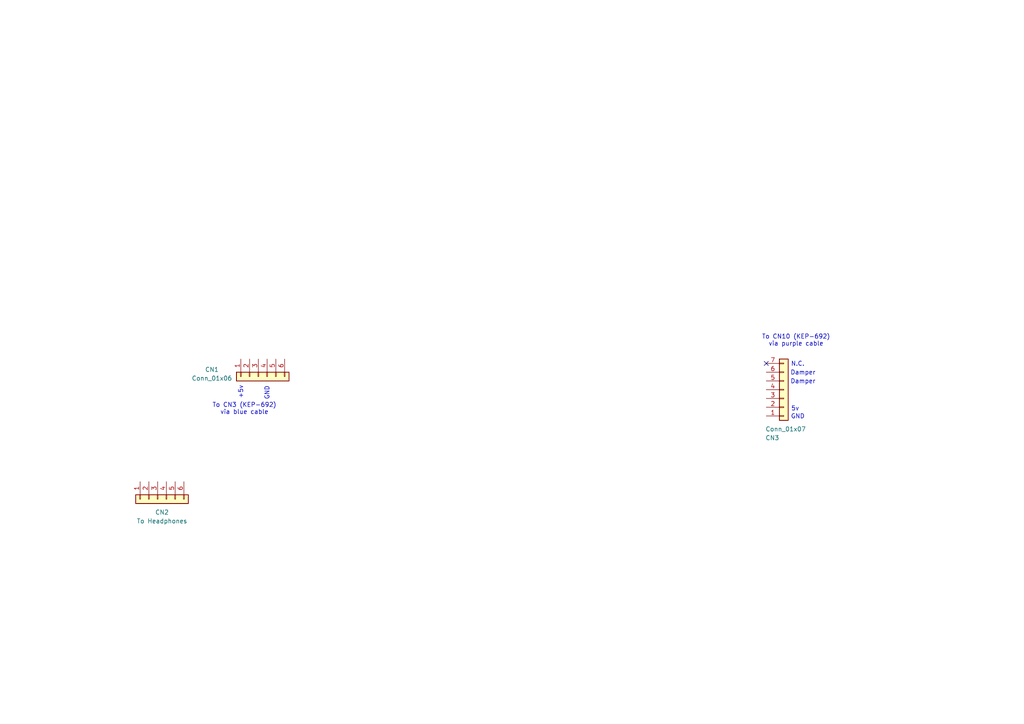
<source format=kicad_sch>
(kicad_sch (version 20231120) (generator "eeschema") (generator_version "8.0")
  (paper "A4")
  (lib_symbols
    (symbol "Connector_Generic:Conn_01x07" (pin_names (offset 1.016) hide)
      (property "Reference" "J" (at 0 10.16 0))
      (property "Value" "Conn_01x07" (at 0 -10.16 0))
      (symbol "Conn_01x07_1_1"
        (rectangle (start -1.27 -7.493) (end 0 -7.747) (stroke (width 0.1524)))
        (rectangle (start -1.27 -4.953) (end 0 -5.207) (stroke (width 0.1524)))
        (rectangle (start -1.27 -2.413) (end 0 -2.667) (stroke (width 0.1524)))
        (rectangle (start -1.27 0.127) (end 0 -0.127) (stroke (width 0.1524)))
        (rectangle (start -1.27 2.667) (end 0 2.413) (stroke (width 0.1524)))
        (rectangle (start -1.27 5.207) (end 0 4.953) (stroke (width 0.1524)))
        (rectangle (start -1.27 7.747) (end 0 7.493) (stroke (width 0.1524)))
        (rectangle (start -1.27 8.89) (end 1.27 -8.89) (stroke (width 0.254)) (fill (type background)))
        (pin passive line (at -5.08 7.62 0) (length 3.81) (name "Pin_1") (number "1"))
        (pin passive line (at -5.08 5.08 0) (length 3.81) (name "Pin_2") (number "2"))
        (pin passive line (at -5.08 2.54 0) (length 3.81) (name "Pin_3") (number "3"))
        (pin passive line (at -5.08 0 0) (length 3.81) (name "Pin_4") (number "4"))
        (pin passive line (at -5.08 -2.54 0) (length 3.81) (name "Pin_5") (number "5"))
        (pin passive line (at -5.08 -5.08 0) (length 3.81) (name "Pin_6") (number "6"))
        (pin passive line (at -5.08 -7.62 0) (length 3.81) (name "Pin_7") (number "7"))
      )
    )
    (symbol "PCM_4ms_Connector:Conn_01x06" (pin_names (offset 1.016) hide)
      (property "Reference" "J" (at 0 7.62 0))
      (property "Value" "Conn_01x06" (at 0 -10.16 0))
      (symbol "Conn_01x06_1_1"
        (rectangle (start -1.27 -7.493) (end 0 -7.747) (stroke (width 0.1524)))
        (rectangle (start -1.27 -4.953) (end 0 -5.207) (stroke (width 0.1524)))
        (rectangle (start -1.27 -2.413) (end 0 -2.667) (stroke (width 0.1524)))
        (rectangle (start -1.27 0.127) (end 0 -0.127) (stroke (width 0.1524)))
        (rectangle (start -1.27 2.667) (end 0 2.413) (stroke (width 0.1524)))
        (rectangle (start -1.27 5.207) (end 0 4.953) (stroke (width 0.1524)))
        (rectangle (start -1.27 6.35) (end 1.27 -8.89) (stroke (width 0.254)) (fill (type background)))
        (pin passive line (at -5.08 5.08 0) (length 3.81) (name "Pin_1") (number "1"))
        (pin passive line (at -5.08 2.54 0) (length 3.81) (name "Pin_2") (number "2"))
        (pin passive line (at -5.08 0 0) (length 3.81) (name "Pin_3") (number "3"))
        (pin passive line (at -5.08 -2.54 0) (length 3.81) (name "Pin_4") (number "4"))
        (pin passive line (at -5.08 -5.08 0) (length 3.81) (name "Pin_5") (number "5"))
        (pin passive line (at -5.08 -7.62 0) (length 3.81) (name "Pin_6") (number "6"))
      )
    )
  )
  (no_connect (at 222.25 105.41))
  (text "To CN10 (KEP-692)\nvia purple cable" (at 230.886 98.806 0) (effects (font (size 1.27 1.27))))
  (text "GND" (at 77.47 114.046 90) (effects (font (size 1.27 1.27))))
  (text "GND" (at 231.394 120.904 0) (effects (font (size 1.27 1.27))))
  (text "N.C." (at 231.394 105.664 0) (effects (font (size 1.27 1.27))))
  (text "+5v" (at 69.85 113.792 90) (effects (font (size 1.27 1.27))))
  (text "5v" (at 230.632 118.618 0) (effects (font (size 1.27 1.27))))
  (text "Damper" (at 232.918 108.204 0) (effects (font (size 1.27 1.27))))
  (text "Damper" (at 232.918 110.744 0) (effects (font (size 1.27 1.27))))
  (text "To CN3 (KEP-692) \nvia blue cable " (at 71.374 118.618 0) (effects (font (size 1.27 1.27))))
  (symbol (lib_id "PCM_4ms_Connector:Conn_01x06") (at 74.93 109.22 90) (mirror x) (unit 1)
    (property "Reference" "CN1" (at 61.468 107.188 90))
    (property "Value" "Conn_01x06" (at 61.468 109.728 90))
    (property "Footprint" "4ms_Connector:Pins_1x06_2.54mm_TH_SWD" (effects (hide yes)))
    (property "Description" "HEADER 1x6 MALE PINS 0.100” 180deg" (effects (hide yes)))
    (property "Specifications" "HEADER 1x6 MALE PINS 0.100” 180deg" (effects (hide yes)))
    (property "Manufacturer" "TAD" (effects (hide yes)))
    (property "Part Number" "1-0601FBV0T" (effects (hide yes)))
  )
  (symbol (lib_id "PCM_4ms_Connector:Conn_01x06") (at 45.72 144.78 90) (mirror x) (unit 1)
    (property "Reference" "CN2" (at 46.99 148.59 90))
    (property "Value" "To Headphones" (at 46.99 151.13 90))
    (property "Footprint" "4ms_Connector:Pins_1x06_2.54mm_TH_SWD" (effects (hide yes)))
    (property "Description" "HEADER 1x6 MALE PINS 0.100” 180deg" (effects (hide yes)))
    (property "Specifications" "HEADER 1x6 MALE PINS 0.100” 180deg" (effects (hide yes)))
    (property "Manufacturer" "TAD" (effects (hide yes)))
    (property "Part Number" "1-0601FBV0T" (effects (hide yes)))
  )
  (symbol (lib_id "Connector_Generic:Conn_01x07") (at 227.33 113.03 0) (mirror x) (unit 1)
    (property "Reference" "CN3" (at 221.996 127 0) (effects (justify left)))
    (property "Value" "Conn_01x07" (at 221.996 124.46 0) (effects (justify left)))
    (property "Description" "Generic connector, single row, 01x07, script generated (kicad-library-utils/schlib/autogen/connector/)" (effects (hide yes)))
  )
)
</source>
